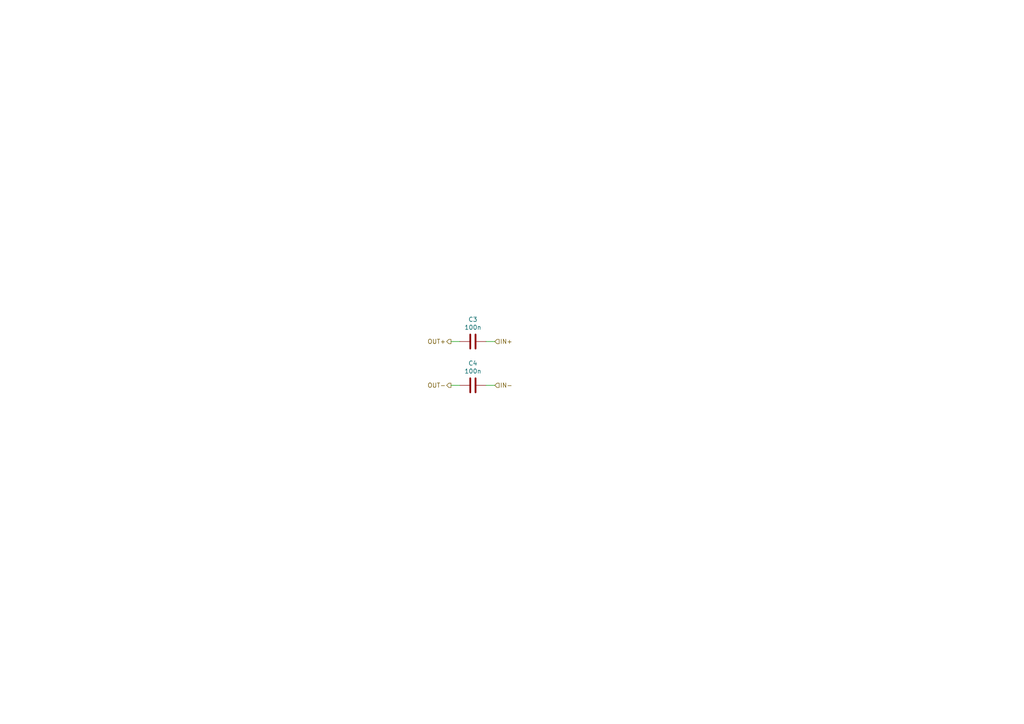
<source format=kicad_sch>
(kicad_sch (version 20250114) (generator "eeschema") (generator_version "9.0")
  (paper "A4")
  (lib_symbols
    (symbol "Device:C" (pin_numbers (hide yes)) (pin_names (offset 0.254))
      (property "Reference" "C" (at 0.635 2.54 0))
      (property "Value" "C" (at 0.635 -2.54 0))
      (symbol "C_0_1"
        (polyline (pts (xy -2.032 0.762) (xy 2.032 0.762)) (stroke (width 0.508)))
        (polyline (pts (xy -2.032 -0.762) (xy 2.032 -0.762)) (stroke (width 0.508)))
      )
      (symbol "C_1_1"
        (pin passive line (at 0 3.81 270) (length 2.794) (name "~") (number "1"))
        (pin passive line (at 0 -3.81 90) (length 2.794) (name "~") (number "2"))
      )
    )
  )
  (wire (pts (xy 133.35 99.06) (xy 130.81 99.06)))
  (wire (pts (xy 140.97 111.76) (xy 143.51 111.76)))
  (wire (pts (xy 133.35 111.76) (xy 130.81 111.76)))
  (wire (pts (xy 140.97 99.06) (xy 143.51 99.06)))
  (hierarchical_label "IN-" (shape input) (at 143.51 111.76 0))
  (hierarchical_label "OUT+" (shape output) (at 130.81 99.06 180))
  (hierarchical_label "IN+" (shape input) (at 143.51 99.06 0))
  (hierarchical_label "OUT-" (shape output) (at 130.81 111.76 180))
  (symbol (lib_id "Device:C") (at 137.16 99.06 270) (unit 1)
    (property "Reference" "C1" (at 137.16 92.6592 90))
    (property "Value" "100n" (at 137.16 94.9706 90))
    (property "Footprint" "Capacitor_SMD:C_0603_1608Metric" (effects (hide yes)))
    (instances (project "PCIexpress_x2_low" (path "" (reference "C3") (unit 1)) (path "" (reference "C1") (unit 1))))
  )
  (symbol (lib_id "Device:C") (at 137.16 111.76 90) (mirror x) (unit 1)
    (property "Reference" "C2" (at 137.16 105.3592 90))
    (property "Value" "100n" (at 137.16 107.6706 90))
    (property "Footprint" "Capacitor_SMD:C_0603_1608Metric" (effects (hide yes)))
    (instances (project "PCIexpress_x2_low" (path "" (reference "C4") (unit 1)) (path "" (reference "C2") (unit 1))))
  )
)
</source>
